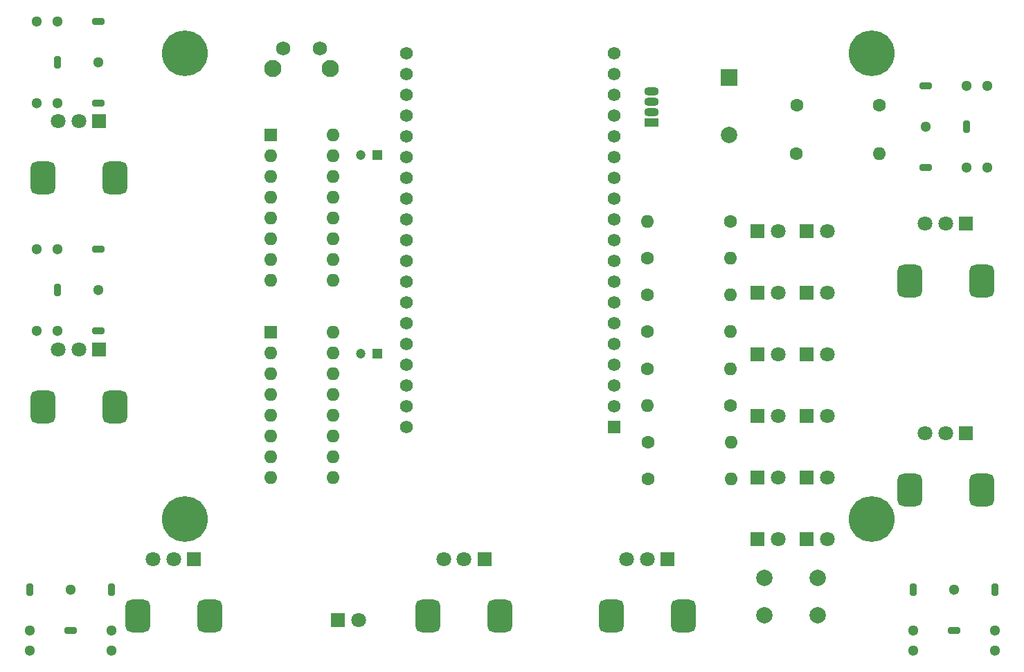
<source format=gbr>
%TF.GenerationSoftware,KiCad,Pcbnew,(6.0.4)*%
%TF.CreationDate,2022-10-21T11:56:49+02:00*%
%TF.ProjectId,Spikeling_V2.2c,5370696b-656c-4696-9e67-5f56322e3263,rev?*%
%TF.SameCoordinates,Original*%
%TF.FileFunction,Soldermask,Top*%
%TF.FilePolarity,Negative*%
%FSLAX46Y46*%
G04 Gerber Fmt 4.6, Leading zero omitted, Abs format (unit mm)*
G04 Created by KiCad (PCBNEW (6.0.4)) date 2022-10-21 11:56:49*
%MOMM*%
%LPD*%
G01*
G04 APERTURE LIST*
G04 Aperture macros list*
%AMRoundRect*
0 Rectangle with rounded corners*
0 $1 Rounding radius*
0 $2 $3 $4 $5 $6 $7 $8 $9 X,Y pos of 4 corners*
0 Add a 4 corners polygon primitive as box body*
4,1,4,$2,$3,$4,$5,$6,$7,$8,$9,$2,$3,0*
0 Add four circle primitives for the rounded corners*
1,1,$1+$1,$2,$3*
1,1,$1+$1,$4,$5*
1,1,$1+$1,$6,$7*
1,1,$1+$1,$8,$9*
0 Add four rect primitives between the rounded corners*
20,1,$1+$1,$2,$3,$4,$5,0*
20,1,$1+$1,$4,$5,$6,$7,0*
20,1,$1+$1,$6,$7,$8,$9,0*
20,1,$1+$1,$8,$9,$2,$3,0*%
G04 Aperture macros list end*
%ADD10O,1.800000X1.070000*%
%ADD11R,1.800000X1.070000*%
%ADD12C,5.600000*%
%ADD13R,1.800000X1.800000*%
%ADD14C,1.800000*%
%ADD15C,1.600000*%
%ADD16O,1.600000X1.600000*%
%ADD17R,1.600000X1.600000*%
%ADD18RoundRect,0.750000X-0.750000X1.250000X-0.750000X-1.250000X0.750000X-1.250000X0.750000X1.250000X0*%
%ADD19C,1.300000*%
%ADD20RoundRect,0.200000X0.550000X0.200000X-0.550000X0.200000X-0.550000X-0.200000X0.550000X-0.200000X0*%
%ADD21RoundRect,0.200000X-0.200000X0.550000X-0.200000X-0.550000X0.200000X-0.550000X0.200000X0.550000X0*%
%ADD22RoundRect,0.200000X-0.550000X-0.200000X0.550000X-0.200000X0.550000X0.200000X-0.550000X0.200000X0*%
%ADD23RoundRect,0.200000X0.200000X-0.550000X0.200000X0.550000X-0.200000X0.550000X-0.200000X-0.550000X0*%
%ADD24R,1.200000X1.200000*%
%ADD25C,1.200000*%
%ADD26C,2.100000*%
%ADD27C,1.750000*%
%ADD28R,2.000000X2.000000*%
%ADD29C,2.000000*%
%ADD30R,1.560000X1.560000*%
%ADD31C,1.560000*%
G04 APERTURE END LIST*
D10*
%TO.C,D14*%
X177000000Y-62230000D03*
D11*
X177000000Y-63500000D03*
D10*
X177000000Y-60960000D03*
X177000000Y-59690000D03*
%TD*%
D12*
%TO.C, *%
X120000000Y-55000000D03*
%TD*%
D13*
%TO.C,D7*%
X190000000Y-76779000D03*
D14*
X192540000Y-76779000D03*
%TD*%
D13*
%TO.C,D2*%
X190000000Y-114504000D03*
D14*
X192540000Y-114504000D03*
%TD*%
D15*
%TO.C,R5*%
X186660000Y-98100000D03*
D16*
X176500000Y-98100000D03*
%TD*%
D17*
%TO.C,U3*%
X130500000Y-89125000D03*
D16*
X130500000Y-91665000D03*
X130500000Y-94205000D03*
X130500000Y-96745000D03*
X130500000Y-99285000D03*
X130500000Y-101825000D03*
X130500000Y-104365000D03*
X130500000Y-106905000D03*
X138120000Y-106905000D03*
X138120000Y-104365000D03*
X138120000Y-101825000D03*
X138120000Y-99285000D03*
X138120000Y-96745000D03*
X138120000Y-94205000D03*
X138120000Y-91665000D03*
X138120000Y-89125000D03*
%TD*%
D13*
%TO.C,RV6*%
X215500000Y-101500000D03*
D14*
X213000000Y-101500000D03*
X210500000Y-101500000D03*
D18*
X208600000Y-108500000D03*
X217400000Y-108500000D03*
%TD*%
D13*
%TO.C,RV4*%
X179000000Y-116900000D03*
D14*
X176500000Y-116900000D03*
X174000000Y-116900000D03*
D18*
X180900000Y-123900000D03*
X172100000Y-123900000D03*
%TD*%
D19*
%TO.C,J2*%
X101882500Y-51100000D03*
X104382500Y-51100000D03*
X109382500Y-56100000D03*
X101882500Y-61100000D03*
X104382500Y-61100000D03*
D20*
X109382500Y-61100000D03*
D21*
X104382500Y-56100000D03*
D20*
X109382500Y-51100000D03*
%TD*%
D19*
%TO.C,J1*%
X215600000Y-59000000D03*
X215600000Y-69000000D03*
X218100000Y-59000000D03*
X210600000Y-64000000D03*
X218100000Y-69000000D03*
D22*
X210600000Y-59000000D03*
D23*
X215600000Y-64000000D03*
D22*
X210600000Y-69000000D03*
%TD*%
D13*
%TO.C,RV1*%
X109500000Y-63300000D03*
D14*
X107000000Y-63300000D03*
X104500000Y-63300000D03*
D18*
X102600000Y-70300000D03*
X111400000Y-70300000D03*
%TD*%
D13*
%TO.C,D4*%
X190000000Y-99414000D03*
D14*
X192540000Y-99414000D03*
%TD*%
D13*
%TO.C,RV3*%
X121100000Y-116900000D03*
D14*
X118600000Y-116900000D03*
X116100000Y-116900000D03*
D18*
X123000000Y-123900000D03*
X114200000Y-123900000D03*
%TD*%
D15*
%TO.C,R3*%
X176600000Y-102600000D03*
D16*
X186760000Y-102600000D03*
%TD*%
D12*
%TO.C, *%
X204000000Y-55000000D03*
%TD*%
D17*
%TO.C,U2*%
X130500000Y-65000000D03*
D16*
X130500000Y-67540000D03*
X130500000Y-70080000D03*
X130500000Y-72620000D03*
X130500000Y-75160000D03*
X130500000Y-77700000D03*
X130500000Y-80240000D03*
X130500000Y-82780000D03*
X138120000Y-82780000D03*
X138120000Y-80240000D03*
X138120000Y-77700000D03*
X138120000Y-75160000D03*
X138120000Y-72620000D03*
X138120000Y-70080000D03*
X138120000Y-67540000D03*
X138120000Y-65000000D03*
%TD*%
D24*
%TO.C,C2*%
X143472600Y-91750000D03*
D25*
X141472600Y-91750000D03*
%TD*%
D19*
%TO.C,J5*%
X219000000Y-125617500D03*
X219000000Y-128117500D03*
X209000000Y-128117500D03*
X214000000Y-120617500D03*
X209000000Y-125617500D03*
D21*
X219000000Y-120617500D03*
D22*
X214000000Y-125617500D03*
D21*
X209000000Y-120617500D03*
%TD*%
D26*
%TO.C,SW2*%
X137760000Y-56930000D03*
X130750000Y-56930000D03*
D27*
X132000000Y-54440000D03*
X136500000Y-54440000D03*
%TD*%
D13*
%TO.C,D11*%
X196000000Y-91869000D03*
D14*
X198540000Y-91869000D03*
%TD*%
D13*
%TO.C,D9*%
X196000000Y-106959000D03*
D14*
X198540000Y-106959000D03*
%TD*%
D24*
%TO.C,C1*%
X143472600Y-67500000D03*
D25*
X141472600Y-67500000D03*
%TD*%
D15*
%TO.C,R9*%
X176500000Y-93600000D03*
D16*
X186660000Y-93600000D03*
%TD*%
D13*
%TO.C,D13*%
X196000000Y-76779000D03*
D14*
X198540000Y-76779000D03*
%TD*%
D13*
%TO.C,D12*%
X196000000Y-84324000D03*
D14*
X198540000Y-84324000D03*
%TD*%
D13*
%TO.C,D10*%
X196000000Y-99414000D03*
D14*
X198540000Y-99414000D03*
%TD*%
D15*
%TO.C,R1*%
X194720000Y-67300000D03*
D16*
X204880000Y-67300000D03*
%TD*%
D13*
%TO.C,D1*%
X138688000Y-124400000D03*
D14*
X141228000Y-124400000D03*
%TD*%
D13*
%TO.C,RV7*%
X215500000Y-75872000D03*
D14*
X213000000Y-75872000D03*
X210500000Y-75872000D03*
D18*
X208600000Y-82872000D03*
X217400000Y-82872000D03*
%TD*%
D13*
%TO.C,RV2*%
X109500000Y-91300000D03*
D14*
X107000000Y-91300000D03*
X104500000Y-91300000D03*
D18*
X111400000Y-98300000D03*
X102600000Y-98300000D03*
%TD*%
D19*
%TO.C,e*%
X104382500Y-79000000D03*
X101882500Y-89000000D03*
X101882500Y-79000000D03*
X109382500Y-84000000D03*
X104382500Y-89000000D03*
D20*
X109382500Y-89000000D03*
D21*
X104382500Y-84000000D03*
D20*
X109382500Y-79000000D03*
%TD*%
D13*
%TO.C,D3*%
X190000000Y-106959000D03*
D14*
X192540000Y-106959000D03*
%TD*%
D12*
%TO.C, *%
X204000000Y-112000000D03*
%TD*%
D13*
%TO.C,D5*%
X190000000Y-91869000D03*
D14*
X192540000Y-91869000D03*
%TD*%
D19*
%TO.C,J4*%
X101000000Y-128117500D03*
X111000000Y-125617500D03*
X101000000Y-125617500D03*
X111000000Y-128117500D03*
X106000000Y-120617500D03*
D21*
X111000000Y-120617500D03*
D22*
X106000000Y-125617500D03*
D21*
X101000000Y-120617500D03*
%TD*%
D15*
%TO.C,R8*%
X176500000Y-89100000D03*
D16*
X186660000Y-89100000D03*
%TD*%
D15*
%TO.C,R2*%
X176600000Y-107100000D03*
D16*
X186760000Y-107100000D03*
%TD*%
D13*
%TO.C,RV5*%
X156619000Y-116900000D03*
D14*
X154119000Y-116900000D03*
X151619000Y-116900000D03*
D18*
X149719000Y-123900000D03*
X158519000Y-123900000D03*
%TD*%
D15*
%TO.C,C3*%
X204860000Y-61350000D03*
X194830000Y-61350000D03*
%TD*%
%TO.C,R7*%
X176500000Y-84600000D03*
D16*
X186660000Y-84600000D03*
%TD*%
D15*
%TO.C,R4*%
X186680000Y-75600000D03*
D16*
X176520000Y-75600000D03*
%TD*%
D28*
%TO.C,BZ1*%
X186500000Y-58000000D03*
D29*
X186500000Y-65000000D03*
%TD*%
D12*
%TO.C, *%
X120000000Y-112000000D03*
%TD*%
D15*
%TO.C,R6*%
X176500000Y-80100000D03*
D16*
X186660000Y-80100000D03*
%TD*%
D29*
%TO.C,SW1*%
X190860000Y-119250000D03*
X197360000Y-119250000D03*
X197360000Y-123750000D03*
X190860000Y-123750000D03*
%TD*%
D30*
%TO.C,U1*%
X172450000Y-100760000D03*
D31*
X172450000Y-98220000D03*
X172450000Y-95680000D03*
X172450000Y-93140000D03*
X172450000Y-90600000D03*
X172450000Y-88060000D03*
X172450000Y-85520000D03*
X172450000Y-82980000D03*
X172450000Y-80440000D03*
X172450000Y-77900000D03*
X172450000Y-75360000D03*
X172450000Y-72820000D03*
X172450000Y-70280000D03*
X172450000Y-67740000D03*
X172450000Y-65200000D03*
X172450000Y-62660000D03*
X172450000Y-60120000D03*
X172450000Y-57580000D03*
X172450000Y-55040000D03*
X147050000Y-100760000D03*
X147050000Y-98220000D03*
X147050000Y-95680000D03*
X147050000Y-93140000D03*
X147050000Y-90600000D03*
X147050000Y-88060000D03*
X147050000Y-85520000D03*
X147050000Y-82980000D03*
X147050000Y-80440000D03*
X147050000Y-77900000D03*
X147050000Y-75360000D03*
X147050000Y-72820000D03*
X147050000Y-70280000D03*
X147050000Y-67740000D03*
X147050000Y-65200000D03*
X147050000Y-62660000D03*
X147050000Y-60120000D03*
X147050000Y-57580000D03*
X147050000Y-55040000D03*
%TD*%
D13*
%TO.C,D8*%
X196000000Y-114504000D03*
D14*
X198540000Y-114504000D03*
%TD*%
D13*
%TO.C,D6*%
X190000000Y-84324000D03*
D14*
X192540000Y-84324000D03*
%TD*%
M02*

</source>
